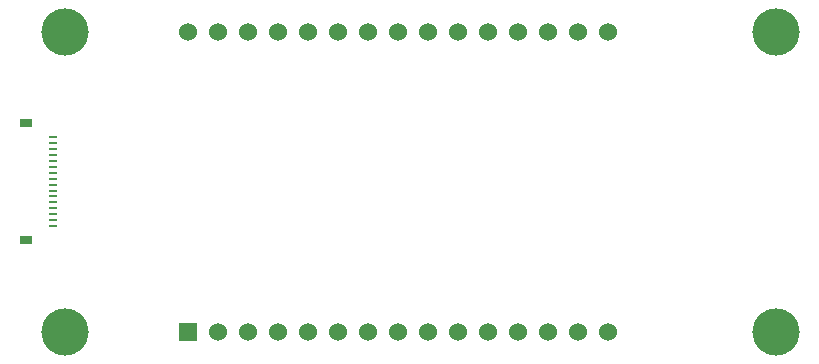
<source format=gbs>
G04 #@! TF.GenerationSoftware,KiCad,Pcbnew,(5.1.6)-1*
G04 #@! TF.CreationDate,2020-10-09T19:42:38+02:00*
G04 #@! TF.ProjectId,Brewnode_MCU_Adapter,42726577-6e6f-4646-955f-4d43555f4164,rev?*
G04 #@! TF.SameCoordinates,Original*
G04 #@! TF.FileFunction,Soldermask,Bot*
G04 #@! TF.FilePolarity,Negative*
%FSLAX46Y46*%
G04 Gerber Fmt 4.6, Leading zero omitted, Abs format (unit mm)*
G04 Created by KiCad (PCBNEW (5.1.6)-1) date 2020-10-09 19:42:38*
%MOMM*%
%LPD*%
G01*
G04 APERTURE LIST*
%ADD10R,1.100000X0.800000*%
%ADD11R,0.800000X0.250000*%
%ADD12C,4.000000*%
%ADD13C,1.524000*%
%ADD14R,1.524000X1.524000*%
G04 APERTURE END LIST*
D10*
X117588000Y-92840000D03*
X117588000Y-102740000D03*
D11*
X119888000Y-94040000D03*
X119888000Y-94540000D03*
X119888000Y-95040000D03*
X119888000Y-95540000D03*
X119888000Y-96040000D03*
X119888000Y-96540000D03*
X119888000Y-97040000D03*
X119888000Y-97540000D03*
X119888000Y-98040000D03*
X119888000Y-98540000D03*
X119888000Y-99040000D03*
X119888000Y-99540000D03*
X119888000Y-100040000D03*
X119888000Y-100540000D03*
X119888000Y-101040000D03*
X119888000Y-101540000D03*
D12*
X181102000Y-110490000D03*
X120904000Y-110490000D03*
X120904000Y-85090000D03*
X181102000Y-85090000D03*
D13*
X131318000Y-85090000D03*
X133858000Y-85090000D03*
X136398000Y-85090000D03*
X138938000Y-85090000D03*
X141478000Y-85090000D03*
X144018000Y-85090000D03*
X146558000Y-85090000D03*
X149098000Y-85090000D03*
X151638000Y-85090000D03*
X154178000Y-85090000D03*
X156718000Y-85090000D03*
X159258000Y-85090000D03*
X161798000Y-85090000D03*
X164338000Y-85090000D03*
X166878000Y-85090000D03*
X166878000Y-110490000D03*
X164338000Y-110490000D03*
X161798000Y-110490000D03*
X159258000Y-110490000D03*
X156718000Y-110490000D03*
X154178000Y-110490000D03*
X151638000Y-110490000D03*
X149098000Y-110490000D03*
X146558000Y-110490000D03*
X144018000Y-110490000D03*
X141478000Y-110490000D03*
X138938000Y-110490000D03*
X136398000Y-110490000D03*
X133858000Y-110490000D03*
D14*
X131318000Y-110490000D03*
M02*

</source>
